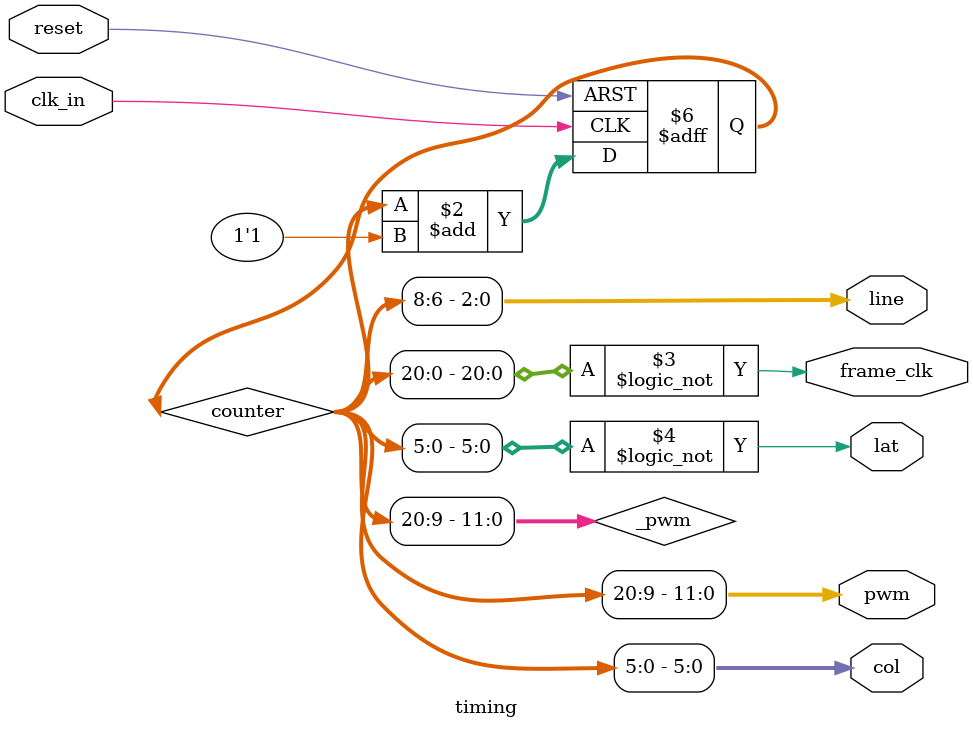
<source format=v>
/*
 * Panel Signals
 * 
 * CLK	- clock next bit into shift registers
 * LAT	- latch shift registers to output
 * OE/  - Output Enable.  Question: OE for current line, or whole display?
 * RGB01- 6 bits of RGB per logical scanline (two physical scanlines in parallel, at n and n+8)
 * ABC  - scanline selector, 3 bits
 * 
 * Overall panel timing
 *
 * The panel has 8 logical scanlines, scanned out in pairs to form 16 physical scanlines.
 * 
 * This design relies on the output of the first line being fed into the input of the
 * second, so that two scanlines can be clocked out in 64 cycles.  In effect, this means
 * we have 8x64 pixel scanlines which are split over two physical lines.
 *
 * Therefore, for line N, we clock out N+8 pixels from right to left, then scanline N
 * from right to left.
 */
module timing(input wire	 clk_in,
	      input wire 		  reset,

	      output wire [2:0] 	  line, 
	      output wire [5:0] 	  col,
	      output wire 		  lat, 
	      output wire [PWM_WIDTH-1:0] pwm, 
	      output wire 		  frame_clk);

   parameter PWM_WIDTH = 12;

   localparam COL_START = 0;
   localparam COL_WIDTH = 6;
   localparam COL_END = COL_START + COL_WIDTH;
   
   localparam ROW_START = COL_END;
   localparam ROW_WIDTH = 3;
   localparam ROW_END = ROW_START + ROW_WIDTH;

   localparam PWM_START = ROW_END;
   localparam PWM_END = PWM_WIDTH + PWM_START;

   localparam DIRFLAG_START = PWM_END;
   localparam DIRFLAG_END = DIRFLAG_START + 1;

   localparam COUNTER_WIDTH = DIRFLAG_END;
   
   reg [COUNTER_WIDTH-1:0] 		  counter = 0;
   
   always @ (posedge clk_in or posedge reset)
     begin
	if (reset) begin
	   counter <= 0;
	end else begin
	   counter <= counter + 1'd1;
	end
     end
   
   assign col = counter[COL_END-1:COL_START];
   assign line = counter[ROW_END-1:ROW_START];
   wire [PWM_WIDTH-1:0] _pwm;
   assign _pwm = counter[PWM_END-1:PWM_START];
`ifdef USE_ZIGZAG
   // Zigzag pwm avoids having all the LEDs turn on at once, but it
   // adds odd temporal phase effects for dim LEDs
   assign pwm = counter[DIRFLAG_START] ? ~_pwm : _pwm;
`else
   assign pwm = _pwm;
`endif

   // Frame done at the end of a full pwm cycle
   assign frame_clk = (counter[DIRFLAG_START-1:0] == 0);

   // Latch when scanline finishes
   assign lat = (col == 0);
endmodule

</source>
